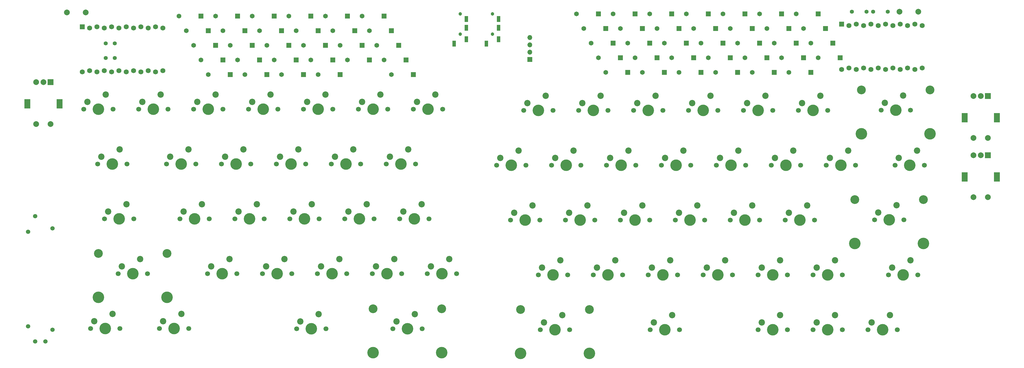
<source format=gbr>
%TF.GenerationSoftware,KiCad,Pcbnew,(7.0.0)*%
%TF.CreationDate,2023-03-24T13:53:57-04:00*%
%TF.ProjectId,RMK-complete,524d4b2d-636f-46d7-906c-6574652e6b69,rev?*%
%TF.SameCoordinates,Original*%
%TF.FileFunction,Soldermask,Bot*%
%TF.FilePolarity,Negative*%
%FSLAX46Y46*%
G04 Gerber Fmt 4.6, Leading zero omitted, Abs format (unit mm)*
G04 Created by KiCad (PCBNEW (7.0.0)) date 2023-03-24 13:53:57*
%MOMM*%
%LPD*%
G01*
G04 APERTURE LIST*
%ADD10C,1.651000*%
%ADD11R,1.651000X1.651000*%
%ADD12R,2.000000X3.200000*%
%ADD13R,2.000000X2.000000*%
%ADD14C,2.000000*%
%ADD15C,1.700000*%
%ADD16C,4.000000*%
%ADD17C,2.200000*%
%ADD18C,1.397000*%
%ADD19C,3.050000*%
%ADD20C,1.200000*%
%ADD21R,1.200000X2.100000*%
%ADD22C,1.500000*%
%ADD23R,1.700000X1.700000*%
%ADD24O,1.700000X1.700000*%
%ADD25R,1.752600X1.752600*%
%ADD26C,1.752600*%
G04 APERTURE END LIST*
D10*
%TO.C,D28*%
X160883600Y-92837000D03*
D11*
X168503599Y-92836999D03*
%TD*%
D12*
%TO.C,ROT1*%
X50913599Y-113156999D03*
X39713599Y-113156999D03*
D13*
X47813599Y-105656999D03*
D14*
X42813600Y-105657000D03*
X45313600Y-105657000D03*
X42813600Y-120157000D03*
X47813600Y-120157000D03*
%TD*%
D10*
%TO.C,D17*%
X270767381Y-86988838D03*
D11*
X278387380Y-86988837D03*
%TD*%
D15*
%TO.C,SW19*%
X140309600Y-172212000D03*
D16*
X145389600Y-172212000D03*
D15*
X150469600Y-172212000D03*
D17*
X147929600Y-167132000D03*
X141579600Y-169672000D03*
%TD*%
D18*
%TO.C,R1*%
X338077381Y-81146838D03*
X332997381Y-81146838D03*
%TD*%
D10*
%TO.C,D7*%
X245367381Y-86988838D03*
D11*
X252987380Y-86988837D03*
%TD*%
D10*
%TO.C,D27*%
X296167381Y-86988838D03*
D11*
X303787380Y-86988837D03*
%TD*%
D15*
%TO.C,SW27*%
X164185600Y-134112000D03*
D16*
X169265600Y-134112000D03*
D15*
X174345600Y-134112000D03*
D17*
X171805600Y-129032000D03*
X165455600Y-131572000D03*
%TD*%
D15*
%TO.C,SW32*%
X316741381Y-134486838D03*
D16*
X321821381Y-134486838D03*
D15*
X326901381Y-134486838D03*
D17*
X324361381Y-129406838D03*
X318011381Y-131946838D03*
%TD*%
D10*
%TO.C,D6*%
X105003600Y-82677000D03*
D11*
X112623599Y-82676999D03*
%TD*%
D15*
%TO.C,SW23*%
X283467381Y-153536838D03*
D16*
X288547381Y-153536838D03*
D15*
X293627381Y-153536838D03*
D17*
X291087381Y-148456838D03*
X284737381Y-150996838D03*
%TD*%
D10*
%TO.C,D31*%
X165963600Y-102997000D03*
D11*
X173583599Y-102996999D03*
%TD*%
D10*
%TO.C,D19*%
X275847381Y-97148838D03*
D11*
X283467380Y-97148837D03*
%TD*%
D10*
%TO.C,D12*%
X120243600Y-87757000D03*
D11*
X127863599Y-87756999D03*
%TD*%
D15*
%TO.C,SW4*%
X216919381Y-172586838D03*
D16*
X221999381Y-172586838D03*
D15*
X227079381Y-172586838D03*
D17*
X224539381Y-167506838D03*
X218189381Y-170046838D03*
%TD*%
D12*
%TO.C,ROT1*%
X375935380Y-138550837D03*
X364735380Y-138550837D03*
D13*
X372835380Y-131050837D03*
D14*
X367835381Y-131050838D03*
X370335381Y-131050838D03*
X367835381Y-145550838D03*
X372835381Y-145550838D03*
%TD*%
D10*
%TO.C,D12*%
X258067381Y-86988838D03*
D11*
X265687380Y-86988837D03*
%TD*%
D15*
%TO.C,SW11*%
X97383600Y-115062000D03*
D16*
X102463600Y-115062000D03*
D15*
X107543600Y-115062000D03*
D17*
X105003600Y-109982000D03*
X98653600Y-112522000D03*
%TD*%
D10*
%TO.C,D7*%
X107543600Y-87757000D03*
D11*
X115163599Y-87756999D03*
%TD*%
D10*
%TO.C,D18*%
X135483600Y-92837000D03*
D11*
X143103599Y-92836999D03*
%TD*%
D15*
%TO.C,SW29*%
X178409600Y-172212000D03*
D16*
X183489600Y-172212000D03*
D15*
X188569600Y-172212000D03*
D17*
X186029600Y-167132000D03*
X179679600Y-169672000D03*
%TD*%
D15*
%TO.C,SW7*%
X221491381Y-134486838D03*
D16*
X226571381Y-134486838D03*
D15*
X231651381Y-134486838D03*
D17*
X229111381Y-129406838D03*
X222761381Y-131946838D03*
%TD*%
D18*
%TO.C,R1*%
X70078600Y-97282000D03*
X70078600Y-92202000D03*
%TD*%
D19*
%TO.C,SW20*%
X159651600Y-184323000D03*
D16*
X159651600Y-199563000D03*
D15*
X166471600Y-191323000D03*
D16*
X171551600Y-191323000D03*
D15*
X176631600Y-191323000D03*
D19*
X183451600Y-184323000D03*
D16*
X183451600Y-199563000D03*
D17*
X174091600Y-186243000D03*
X167741600Y-188783000D03*
%TD*%
D14*
%TO.C,SW_A1*%
X342193381Y-81146838D03*
X348693381Y-81146838D03*
%TD*%
D15*
%TO.C,SW25*%
X331219381Y-191636838D03*
D16*
X336299381Y-191636838D03*
D15*
X341379381Y-191636838D03*
D17*
X338839381Y-186556838D03*
X332489381Y-189096838D03*
%TD*%
D10*
%TO.C,D34*%
X311407381Y-92068838D03*
D11*
X319027380Y-92068837D03*
%TD*%
D10*
%TO.C,D8*%
X247907381Y-92068838D03*
D11*
X255527380Y-92068837D03*
%TD*%
D10*
%TO.C,D22*%
X283467381Y-86988838D03*
D11*
X291087380Y-86988837D03*
%TD*%
D10*
%TO.C,D26*%
X155803600Y-82677000D03*
D11*
X163423599Y-82676999D03*
%TD*%
D15*
%TO.C,SW34*%
X338331381Y-172586838D03*
D16*
X343411381Y-172586838D03*
D15*
X348491381Y-172586838D03*
D17*
X345951381Y-167506838D03*
X339601381Y-170046838D03*
%TD*%
D15*
%TO.C,SW12*%
X107035600Y-134112000D03*
D16*
X112115600Y-134112000D03*
D15*
X117195600Y-134112000D03*
D17*
X114655600Y-129032000D03*
X108305600Y-131572000D03*
%TD*%
D14*
%TO.C,SW_A1*%
X53493600Y-81407000D03*
X59993600Y-81407000D03*
%TD*%
D10*
%TO.C,D11*%
X255527381Y-81908838D03*
D11*
X263147380Y-81908837D03*
%TD*%
D15*
%TO.C,SW24*%
X159359600Y-172212000D03*
D16*
X164439600Y-172212000D03*
D15*
X169519600Y-172212000D03*
D17*
X166979600Y-167132000D03*
X160629600Y-169672000D03*
%TD*%
D10*
%TO.C,D26*%
X293627381Y-81908838D03*
D11*
X301247380Y-81908837D03*
%TD*%
D10*
%TO.C,D9*%
X250447381Y-97148838D03*
D11*
X258067380Y-97148837D03*
%TD*%
D10*
%TO.C,D5*%
X102463600Y-102997000D03*
D11*
X110083599Y-102996999D03*
%TD*%
D19*
%TO.C,SW4*%
X64401600Y-165146000D03*
D16*
X64401600Y-180386000D03*
D15*
X71221600Y-172146000D03*
D16*
X76301600Y-172146000D03*
D15*
X81381600Y-172146000D03*
D19*
X88201600Y-165146000D03*
D16*
X88201600Y-180386000D03*
D17*
X78841600Y-167066000D03*
X72491600Y-169606000D03*
%TD*%
D15*
%TO.C,SW6*%
X230889381Y-115436838D03*
D16*
X235969381Y-115436838D03*
D15*
X241049381Y-115436838D03*
D17*
X238509381Y-110356838D03*
X232159381Y-112896838D03*
%TD*%
D15*
%TO.C,SW2*%
X64109600Y-134112000D03*
D16*
X69189600Y-134112000D03*
D15*
X74269600Y-134112000D03*
D17*
X71729600Y-129032000D03*
X65379600Y-131572000D03*
%TD*%
D15*
%TO.C,SW27*%
X297691381Y-134486838D03*
D16*
X302771381Y-134486838D03*
D15*
X307851381Y-134486838D03*
D17*
X305311381Y-129406838D03*
X298961381Y-131946838D03*
%TD*%
D15*
%TO.C,SW9*%
X102209600Y-172212000D03*
D16*
X107289600Y-172212000D03*
D15*
X112369600Y-172212000D03*
D17*
X109829600Y-167132000D03*
X103479600Y-169672000D03*
%TD*%
D20*
%TO.C,U2*%
X201015600Y-81914500D03*
X201015600Y-88914500D03*
D21*
X203115599Y-90714499D03*
X203115599Y-86714499D03*
X203115599Y-83714499D03*
X198915599Y-92214499D03*
%TD*%
D10*
%TO.C,D10*%
X252987381Y-102228838D03*
D11*
X260607380Y-102228837D03*
%TD*%
D10*
%TO.C,D31*%
X303787381Y-102228838D03*
D11*
X311407380Y-102228837D03*
%TD*%
D19*
%TO.C,SW33*%
X326685381Y-146470838D03*
D16*
X326685381Y-161710838D03*
D15*
X333505381Y-153470838D03*
D16*
X338585381Y-153470838D03*
D15*
X343665381Y-153470838D03*
D19*
X350485381Y-146470838D03*
D16*
X350485381Y-161710838D03*
D17*
X341125381Y-148390838D03*
X334775381Y-150930838D03*
%TD*%
D10*
%TO.C,D19*%
X138023600Y-97917000D03*
D11*
X145643599Y-97916999D03*
%TD*%
D10*
%TO.C,D2*%
X94843600Y-87757000D03*
D11*
X102463599Y-87756999D03*
%TD*%
D15*
%TO.C,SW21*%
X135483600Y-115062000D03*
D16*
X140563600Y-115062000D03*
D15*
X145643600Y-115062000D03*
D17*
X143103600Y-109982000D03*
X136753600Y-112522000D03*
%TD*%
D19*
%TO.C,SW31*%
X328971381Y-108370838D03*
D16*
X328971381Y-123610838D03*
D15*
X335791381Y-115370838D03*
D16*
X340871381Y-115370838D03*
D15*
X345951381Y-115370838D03*
D19*
X352771381Y-108370838D03*
D16*
X352771381Y-123610838D03*
D17*
X343411381Y-110290838D03*
X337061381Y-112830838D03*
%TD*%
D15*
%TO.C,SW28*%
X302517381Y-153536838D03*
D16*
X307597381Y-153536838D03*
D15*
X312677381Y-153536838D03*
D17*
X310137381Y-148456838D03*
X303787381Y-150996838D03*
%TD*%
D15*
%TO.C,SW35*%
X340617381Y-134486838D03*
D16*
X345697381Y-134486838D03*
D15*
X350777381Y-134486838D03*
D17*
X348237381Y-129406838D03*
X341887381Y-131946838D03*
%TD*%
D15*
%TO.C,SW1*%
X211839381Y-115436838D03*
D16*
X216919381Y-115436838D03*
D15*
X221999381Y-115436838D03*
D17*
X219459381Y-110356838D03*
X213109381Y-112896838D03*
%TD*%
D15*
%TO.C,SW24*%
X293119381Y-172586838D03*
D16*
X298199381Y-172586838D03*
D15*
X303279381Y-172586838D03*
D17*
X300739381Y-167506838D03*
X294389381Y-170046838D03*
%TD*%
D10*
%TO.C,D8*%
X110083600Y-92837000D03*
D11*
X117703599Y-92836999D03*
%TD*%
D18*
%TO.C,R2*%
X330711381Y-81146838D03*
X325631381Y-81146838D03*
%TD*%
D15*
%TO.C,SW11*%
X249939381Y-115436838D03*
D16*
X255019381Y-115436838D03*
D15*
X260099381Y-115436838D03*
D17*
X257559381Y-110356838D03*
X251209381Y-112896838D03*
%TD*%
D15*
%TO.C,SW13*%
X111734600Y-153162000D03*
D16*
X116814600Y-153162000D03*
D15*
X121894600Y-153162000D03*
D17*
X119354600Y-148082000D03*
X113004600Y-150622000D03*
%TD*%
D10*
%TO.C,D20*%
X140563600Y-102997000D03*
D11*
X148183599Y-102996999D03*
%TD*%
D12*
%TO.C,ROT2*%
X375935380Y-117976837D03*
X364735380Y-117976837D03*
D13*
X372835380Y-110476837D03*
D14*
X367835381Y-110476838D03*
X370335381Y-110476838D03*
X367835381Y-124976838D03*
X372835381Y-124976838D03*
%TD*%
D15*
%TO.C,SW14*%
X255019381Y-172586838D03*
D16*
X260099381Y-172586838D03*
D15*
X265179381Y-172586838D03*
D17*
X262639381Y-167506838D03*
X256289381Y-170046838D03*
%TD*%
D15*
%TO.C,SW7*%
X87985600Y-134112000D03*
D16*
X93065600Y-134112000D03*
D15*
X98145600Y-134112000D03*
D17*
X95605600Y-129032000D03*
X89255600Y-131572000D03*
%TD*%
D15*
%TO.C,SW31*%
X173583600Y-115062000D03*
D16*
X178663600Y-115062000D03*
D15*
X183743600Y-115062000D03*
D17*
X181203600Y-109982000D03*
X174853600Y-112522000D03*
%TD*%
D15*
%TO.C,SW19*%
X274069381Y-172586838D03*
D16*
X279149381Y-172586838D03*
D15*
X284229381Y-172586838D03*
D17*
X281689381Y-167506838D03*
X275339381Y-170046838D03*
%TD*%
D15*
%TO.C,SW28*%
X168884600Y-153162000D03*
D16*
X173964600Y-153162000D03*
D15*
X179044600Y-153162000D03*
D17*
X176504600Y-148082000D03*
X170154600Y-150622000D03*
%TD*%
D10*
%TO.C,D14*%
X125323600Y-97917000D03*
D11*
X132943599Y-97916999D03*
%TD*%
D10*
%TO.C,D16*%
X130403600Y-82677000D03*
D11*
X138023599Y-82676999D03*
%TD*%
D15*
%TO.C,SW15*%
X293119381Y-191636838D03*
D16*
X298199381Y-191636838D03*
D15*
X303279381Y-191636838D03*
D17*
X300739381Y-186556838D03*
X294389381Y-189096838D03*
%TD*%
D18*
%TO.C,R2*%
X66903600Y-97282000D03*
X66903600Y-92202000D03*
%TD*%
D22*
%TO.C,RV1*%
X48463600Y-191622000D03*
X39963600Y-190422000D03*
X39963600Y-157622000D03*
X48463600Y-156422000D03*
X42463600Y-195722000D03*
X45963600Y-195722000D03*
X42463600Y-152222000D03*
%TD*%
D15*
%TO.C,SW16*%
X268989381Y-115436838D03*
D16*
X274069381Y-115436838D03*
D15*
X279149381Y-115436838D03*
D17*
X276609381Y-110356838D03*
X270259381Y-112896838D03*
%TD*%
D15*
%TO.C,SW2*%
X202441381Y-134486838D03*
D16*
X207521381Y-134486838D03*
D15*
X212601381Y-134486838D03*
D17*
X210061381Y-129406838D03*
X203711381Y-131946838D03*
%TD*%
D15*
%TO.C,SW17*%
X126085600Y-134112000D03*
D16*
X131165600Y-134112000D03*
D15*
X136245600Y-134112000D03*
D17*
X133705600Y-129032000D03*
X127355600Y-131572000D03*
%TD*%
D15*
%TO.C,SW22*%
X278641381Y-134486838D03*
D16*
X283721381Y-134486838D03*
D15*
X288801381Y-134486838D03*
D17*
X286261381Y-129406838D03*
X279911381Y-131946838D03*
%TD*%
D15*
%TO.C,SW14*%
X121259600Y-172212000D03*
D16*
X126339600Y-172212000D03*
D15*
X131419600Y-172212000D03*
D17*
X128879600Y-167132000D03*
X122529600Y-169672000D03*
%TD*%
D10*
%TO.C,D1*%
X230127381Y-81908838D03*
D11*
X237747380Y-81908837D03*
%TD*%
D15*
%TO.C,SW21*%
X288039381Y-115436838D03*
D16*
X293119381Y-115436838D03*
D15*
X298199381Y-115436838D03*
D17*
X295659381Y-110356838D03*
X289309381Y-112896838D03*
%TD*%
D15*
%TO.C,SW8*%
X226317381Y-153536838D03*
D16*
X231397381Y-153536838D03*
D15*
X236477381Y-153536838D03*
D17*
X233937381Y-148456838D03*
X227587381Y-150996838D03*
%TD*%
D10*
%TO.C,D27*%
X158343600Y-87757000D03*
D11*
X165963599Y-87756999D03*
%TD*%
D10*
%TO.C,D32*%
X306327381Y-81908838D03*
D11*
X313947380Y-81908837D03*
%TD*%
D10*
%TO.C,D4*%
X99923600Y-97917000D03*
D11*
X107543599Y-97916999D03*
%TD*%
D15*
%TO.C,SW13*%
X245367381Y-153536838D03*
D16*
X250447381Y-153536838D03*
D15*
X255527381Y-153536838D03*
D17*
X252987381Y-148456838D03*
X246637381Y-150996838D03*
%TD*%
D10*
%TO.C,D15*%
X127863600Y-102997000D03*
D11*
X135483599Y-102996999D03*
%TD*%
D15*
%TO.C,SW6*%
X78333600Y-115062000D03*
D16*
X83413600Y-115062000D03*
D15*
X88493600Y-115062000D03*
D17*
X85953600Y-109982000D03*
X79603600Y-112522000D03*
%TD*%
D10*
%TO.C,D13*%
X260607381Y-92068838D03*
D11*
X268227380Y-92068837D03*
%TD*%
D23*
%TO.C,J1*%
X213947980Y-97773837D03*
D24*
X213947980Y-95233837D03*
X213947980Y-92693837D03*
X213947980Y-90153837D03*
%TD*%
D10*
%TO.C,D3*%
X97383600Y-92837000D03*
D11*
X105003599Y-92836999D03*
%TD*%
D10*
%TO.C,D5*%
X240287381Y-102228838D03*
D11*
X247907380Y-102228837D03*
%TD*%
D15*
%TO.C,SW12*%
X240541381Y-134486838D03*
D16*
X245621381Y-134486838D03*
D15*
X250701381Y-134486838D03*
D17*
X248161381Y-129406838D03*
X241811381Y-131946838D03*
%TD*%
D10*
%TO.C,D4*%
X237747381Y-97148838D03*
D11*
X245367380Y-97148837D03*
%TD*%
D15*
%TO.C,SW26*%
X154533600Y-115062000D03*
D16*
X159613600Y-115062000D03*
D15*
X164693600Y-115062000D03*
D17*
X162153600Y-109982000D03*
X155803600Y-112522000D03*
%TD*%
D15*
%TO.C,SW18*%
X130784600Y-153162000D03*
D16*
X135864600Y-153162000D03*
D15*
X140944600Y-153162000D03*
D17*
X138404600Y-148082000D03*
X132054600Y-150622000D03*
%TD*%
D10*
%TO.C,D6*%
X242827381Y-81908838D03*
D11*
X250447380Y-81908837D03*
%TD*%
D15*
%TO.C,SW20*%
X312169381Y-191636838D03*
D16*
X317249381Y-191636838D03*
D15*
X322329381Y-191636838D03*
D17*
X319789381Y-186556838D03*
X313439381Y-189096838D03*
%TD*%
D10*
%TO.C,D22*%
X145643600Y-87757000D03*
D11*
X153263599Y-87756999D03*
%TD*%
D10*
%TO.C,D20*%
X278387381Y-102228838D03*
D11*
X286007380Y-102228837D03*
%TD*%
D10*
%TO.C,D1*%
X92303600Y-82677000D03*
D11*
X99923599Y-82676999D03*
%TD*%
D10*
%TO.C,D23*%
X148183600Y-92837000D03*
D11*
X155803599Y-92836999D03*
%TD*%
D10*
%TO.C,D35*%
X313947381Y-97148838D03*
D11*
X321567380Y-97148837D03*
%TD*%
D10*
%TO.C,D3*%
X235207381Y-92068838D03*
D11*
X242827380Y-92068837D03*
%TD*%
D15*
%TO.C,SW10*%
X255727200Y-191668400D03*
D16*
X260807200Y-191668400D03*
D15*
X265887200Y-191668400D03*
D17*
X263347200Y-186588400D03*
X256997200Y-189128400D03*
%TD*%
D15*
%TO.C,SW22*%
X145135600Y-134112000D03*
D16*
X150215600Y-134112000D03*
D15*
X155295600Y-134112000D03*
D17*
X152755600Y-129032000D03*
X146405600Y-131572000D03*
%TD*%
D15*
%TO.C,SW5*%
X61696600Y-191262000D03*
D16*
X66776600Y-191262000D03*
D15*
X71856600Y-191262000D03*
D17*
X69316600Y-186182000D03*
X62966600Y-188722000D03*
%TD*%
D15*
%TO.C,SW15*%
X133146800Y-191312800D03*
D16*
X138226800Y-191312800D03*
D15*
X143306800Y-191312800D03*
D17*
X140766800Y-186232800D03*
X134416800Y-188772800D03*
%TD*%
D10*
%TO.C,D11*%
X117703600Y-82677000D03*
D11*
X125323599Y-82676999D03*
%TD*%
D10*
%TO.C,D9*%
X112623600Y-97917000D03*
D11*
X120243599Y-97916999D03*
%TD*%
D15*
%TO.C,SW16*%
X116433600Y-115062000D03*
D16*
X121513600Y-115062000D03*
D15*
X126593600Y-115062000D03*
D17*
X124053600Y-109982000D03*
X117703600Y-112522000D03*
%TD*%
D10*
%TO.C,D29*%
X163423600Y-97917000D03*
D11*
X171043599Y-97916999D03*
%TD*%
D15*
%TO.C,SW1*%
X59283600Y-115062000D03*
D16*
X64363600Y-115062000D03*
D15*
X69443600Y-115062000D03*
D17*
X66903600Y-109982000D03*
X60553600Y-112522000D03*
%TD*%
D15*
%TO.C,SW17*%
X259591381Y-134486838D03*
D16*
X264671381Y-134486838D03*
D15*
X269751381Y-134486838D03*
D17*
X267211381Y-129406838D03*
X260861381Y-131946838D03*
%TD*%
D15*
%TO.C,SW10*%
X85572600Y-191262000D03*
D16*
X90652600Y-191262000D03*
D15*
X95732600Y-191262000D03*
D17*
X93192600Y-186182000D03*
X86842600Y-188722000D03*
%TD*%
D15*
%TO.C,SW18*%
X264417381Y-153536838D03*
D16*
X269497381Y-153536838D03*
D15*
X274577381Y-153536838D03*
D17*
X272037381Y-148456838D03*
X265687381Y-150996838D03*
%TD*%
D20*
%TO.C,U2*%
X189839600Y-81914500D03*
X189839600Y-88914500D03*
D21*
X191939599Y-90714499D03*
X191939599Y-86714499D03*
X191939599Y-83714499D03*
X187739599Y-92214499D03*
%TD*%
D10*
%TO.C,D33*%
X308867381Y-86988838D03*
D11*
X316487380Y-86988837D03*
%TD*%
D10*
%TO.C,D15*%
X265687381Y-102228838D03*
D11*
X273307380Y-102228837D03*
%TD*%
D10*
%TO.C,D21*%
X143103600Y-82677000D03*
D11*
X150723599Y-82676999D03*
%TD*%
D10*
%TO.C,D25*%
X291087381Y-102228838D03*
D11*
X298707380Y-102228837D03*
%TD*%
D10*
%TO.C,D24*%
X150723600Y-97917000D03*
D11*
X158343599Y-97916999D03*
%TD*%
D10*
%TO.C,D24*%
X288547381Y-97148838D03*
D11*
X296167380Y-97148837D03*
%TD*%
D15*
%TO.C,SW9*%
X235969381Y-172586838D03*
D16*
X241049381Y-172586838D03*
D15*
X246129381Y-172586838D03*
D17*
X243589381Y-167506838D03*
X237239381Y-170046838D03*
%TD*%
D10*
%TO.C,D28*%
X298707381Y-92068838D03*
D11*
X306327380Y-92068837D03*
%TD*%
D10*
%TO.C,D14*%
X263147381Y-97148838D03*
D11*
X270767380Y-97148837D03*
%TD*%
D10*
%TO.C,D13*%
X122783600Y-92837000D03*
D11*
X130403599Y-92836999D03*
%TD*%
D10*
%TO.C,D23*%
X286007381Y-92068838D03*
D11*
X293627380Y-92068837D03*
%TD*%
D15*
%TO.C,SW29*%
X312169381Y-172586838D03*
D16*
X317249381Y-172586838D03*
D15*
X322329381Y-172586838D03*
D17*
X319789381Y-167506838D03*
X313439381Y-170046838D03*
%TD*%
D10*
%TO.C,D21*%
X280927381Y-81908838D03*
D11*
X288547380Y-81908837D03*
%TD*%
D10*
%TO.C,D10*%
X115163600Y-102997000D03*
D11*
X122783599Y-102996999D03*
%TD*%
D10*
%TO.C,D18*%
X273307381Y-92068838D03*
D11*
X280927380Y-92068837D03*
%TD*%
D15*
%TO.C,SW26*%
X307089381Y-115436838D03*
D16*
X312169381Y-115436838D03*
D15*
X317249381Y-115436838D03*
D17*
X314709381Y-110356838D03*
X308359381Y-112896838D03*
%TD*%
D10*
%TO.C,D2*%
X232667381Y-86988838D03*
D11*
X240287380Y-86988837D03*
%TD*%
D10*
%TO.C,D17*%
X132943600Y-87757000D03*
D11*
X140563599Y-87756999D03*
%TD*%
D15*
%TO.C,SW23*%
X149834600Y-153162000D03*
D16*
X154914600Y-153162000D03*
D15*
X159994600Y-153162000D03*
D17*
X157454600Y-148082000D03*
X151104600Y-150622000D03*
%TD*%
D19*
%TO.C,SW5*%
X210807200Y-184653200D03*
D16*
X210807200Y-199893200D03*
D15*
X217627200Y-191653200D03*
D16*
X222707200Y-191653200D03*
D15*
X227787200Y-191653200D03*
D19*
X234607200Y-184653200D03*
D16*
X234607200Y-199893200D03*
D17*
X225247200Y-186573200D03*
X218897200Y-189113200D03*
%TD*%
D15*
%TO.C,SW8*%
X92684600Y-153162000D03*
D16*
X97764600Y-153162000D03*
D15*
X102844600Y-153162000D03*
D17*
X100304600Y-148082000D03*
X93954600Y-150622000D03*
%TD*%
D10*
%TO.C,D16*%
X268227381Y-81908838D03*
D11*
X275847380Y-81908837D03*
%TD*%
D10*
%TO.C,D29*%
X301247381Y-97148838D03*
D11*
X308867380Y-97148837D03*
%TD*%
D15*
%TO.C,SW3*%
X66522600Y-153162000D03*
D16*
X71602600Y-153162000D03*
D15*
X76682600Y-153162000D03*
D17*
X74142600Y-148082000D03*
X67792600Y-150622000D03*
%TD*%
D15*
%TO.C,SW3*%
X207267381Y-153536838D03*
D16*
X212347381Y-153536838D03*
D15*
X217427381Y-153536838D03*
D17*
X214887381Y-148456838D03*
X208537381Y-150996838D03*
%TD*%
D25*
%TO.C,U1*%
X58775599Y-86385399D03*
D26*
X61315600Y-86842600D03*
X63855600Y-86385400D03*
X66395600Y-86842600D03*
X68935600Y-86385400D03*
X71475600Y-86842600D03*
X74015600Y-86385400D03*
X76555600Y-86842600D03*
X79095600Y-86385400D03*
X81635600Y-86842600D03*
X84175600Y-86385400D03*
X86715600Y-86842600D03*
X86715600Y-101625400D03*
X84175600Y-102082600D03*
X81635600Y-101625400D03*
X79095600Y-102082600D03*
X76555600Y-101625400D03*
X74015600Y-102082600D03*
X71475600Y-101625400D03*
X68935600Y-102082600D03*
X66395600Y-101625400D03*
X63855600Y-102082600D03*
X61315600Y-101625400D03*
X58775600Y-102082600D03*
%TD*%
D25*
%TO.C,U1*%
X322075380Y-85490237D03*
D26*
X324615381Y-85947438D03*
X327155381Y-85490238D03*
X329695381Y-85947438D03*
X332235381Y-85490238D03*
X334775381Y-85947438D03*
X337315381Y-85490238D03*
X339855381Y-85947438D03*
X342395381Y-85490238D03*
X344935381Y-85947438D03*
X347475381Y-85490238D03*
X350015381Y-85947438D03*
X350015381Y-100730238D03*
X347475381Y-101187438D03*
X344935381Y-100730238D03*
X342395381Y-101187438D03*
X339855381Y-100730238D03*
X337315381Y-101187438D03*
X334775381Y-100730238D03*
X332235381Y-101187438D03*
X329695381Y-100730238D03*
X327155381Y-101187438D03*
X324615381Y-100730238D03*
X322075381Y-101187438D03*
%TD*%
M02*

</source>
